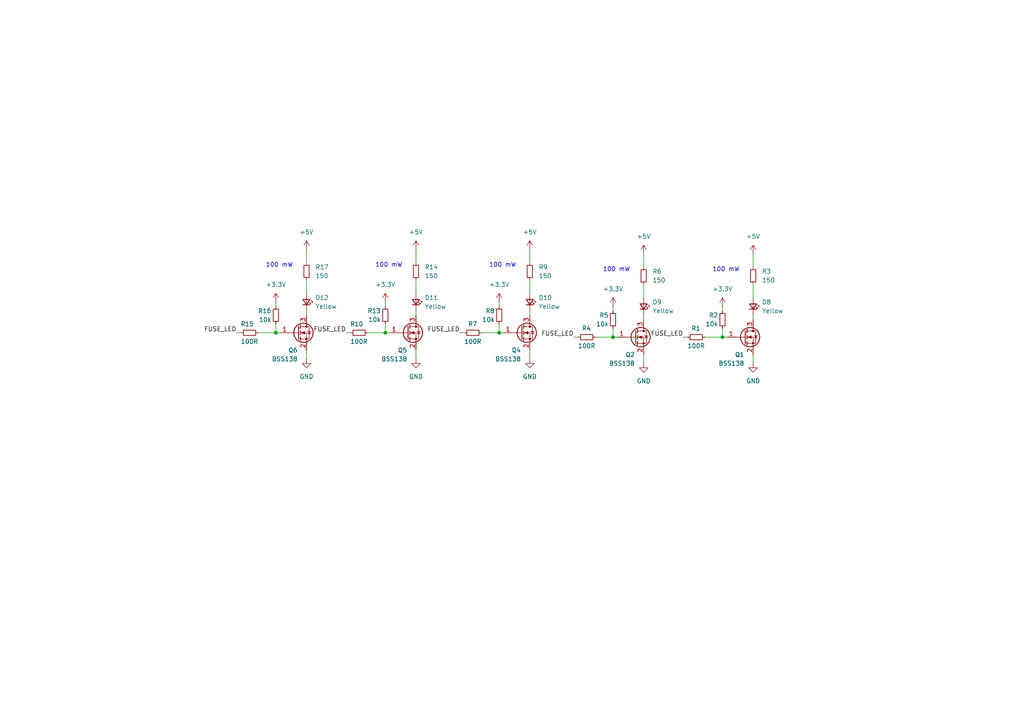
<source format=kicad_sch>
(kicad_sch (version 20250114) (generator "eeschema") (generator_version "9.0")
  (paper "A4")
  (lib_symbols
    (symbol "Device:LED_Small" (pin_numbers (hide yes)) (pin_names (offset 0.254) (hide yes))
      (property "Reference" "D" (at -1.27 3.175 0))
      (property "Value" "LED_Small" (at -4.445 -2.54 0))
      (symbol "LED_Small_0_1"
        (polyline (pts (xy -0.762 -1.016) (xy -0.762 1.016)) (stroke (width 0.254)))
        (polyline (pts (xy 0 0.762) (xy -0.508 1.27) (xy -0.254 1.27) (xy -0.508 1.27) (xy -0.508 1.016)))
        (polyline (pts (xy 0.508 1.27) (xy 0 1.778) (xy 0.254 1.778) (xy 0 1.778) (xy 0 1.524)))
        (polyline (pts (xy 0.762 -1.016) (xy -0.762 0) (xy 0.762 1.016) (xy 0.762 -1.016)) (stroke (width 0.254)))
        (polyline (pts (xy 1.016 0) (xy -0.762 0)))
      )
      (symbol "LED_Small_1_1"
        (pin passive line (at -2.54 0 0) (length 1.778) (name "K") (number "1"))
        (pin passive line (at 2.54 0 180) (length 1.778) (name "A") (number "2"))
      )
    )
    (symbol "Device:R_Small" (pin_numbers (hide yes)) (pin_names (offset 0.254) (hide yes))
      (property "Reference" "R" (at 0.762 0.508 0))
      (property "Value" "R_Small" (at 0.762 -1.016 0))
      (symbol "R_Small_0_1"
        (rectangle (start -0.762 1.778) (end 0.762 -1.778) (stroke (width 0.2032)))
      )
      (symbol "R_Small_1_1"
        (pin passive line (at 0 2.54 270) (length 0.762) (name "~") (number "1"))
        (pin passive line (at 0 -2.54 90) (length 0.762) (name "~") (number "2"))
      )
    )
    (symbol "Transistor_FET:2N7002" (pin_names (hide yes))
      (property "Reference" "Q" (at 5.08 1.905 0))
      (property "Value" "2N7002" (at 5.08 0 0))
      (symbol "2N7002_0_1"
        (polyline (pts (xy 0.254 1.905) (xy 0.254 -1.905)) (stroke (width 0.254)))
        (polyline (pts (xy 0.254 0) (xy -2.54 0)))
        (polyline (pts (xy 0.762 2.286) (xy 0.762 1.27)) (stroke (width 0.254)))
        (polyline (pts (xy 0.762 0.508) (xy 0.762 -0.508)) (stroke (width 0.254)))
        (polyline (pts (xy 0.762 -1.27) (xy 0.762 -2.286)) (stroke (width 0.254)))
        (polyline (pts (xy 0.762 -1.778) (xy 3.302 -1.778) (xy 3.302 1.778) (xy 0.762 1.778)))
        (polyline (pts (xy 1.016 0) (xy 2.032 0.381) (xy 2.032 -0.381) (xy 1.016 0)) (fill (type outline)))
        (circle (center 1.651 0) (radius 2.794) (stroke (width 0.254)))
        (polyline (pts (xy 2.54 2.54) (xy 2.54 1.778)))
        (circle (center 2.54 1.778) (radius 0.254) (fill (type outline)))
        (circle (center 2.54 -1.778) (radius 0.254) (fill (type outline)))
        (polyline (pts (xy 2.54 -2.54) (xy 2.54 0) (xy 0.762 0)))
        (polyline (pts (xy 2.794 0.508) (xy 2.921 0.381) (xy 3.683 0.381) (xy 3.81 0.254)))
        (polyline (pts (xy 3.302 0.381) (xy 2.921 -0.254) (xy 3.683 -0.254) (xy 3.302 0.381)))
      )
      (symbol "2N7002_1_1"
        (pin input line (at -5.08 0 0) (length 2.54) (name "G") (number "1"))
        (pin passive line (at 2.54 5.08 270) (length 2.54) (name "D") (number "3"))
        (pin passive line (at 2.54 -5.08 90) (length 2.54) (name "S") (number "2"))
      )
    )
    (symbol "power:+3.3V" (power) (pin_numbers (hide yes)) (pin_names (offset 0) (hide yes))
      (property "Value" "+3.3V" (at 0 3.556 0))
      (symbol "+3.3V_0_1"
        (polyline (pts (xy -0.762 1.27) (xy 0 2.54)))
        (polyline (pts (xy 0 2.54) (xy 0.762 1.27)))
        (polyline (pts (xy 0 0) (xy 0 2.54)))
      )
      (symbol "+3.3V_1_1"
        (pin power_in line (at 0 0 90) (length 0) (name "~") (number "1"))
      )
    )
    (symbol "power:+5V" (power) (pin_numbers (hide yes)) (pin_names (offset 0) (hide yes))
      (property "Value" "+5V" (at 0 3.556 0))
      (symbol "+5V_0_1"
        (polyline (pts (xy -0.762 1.27) (xy 0 2.54)))
        (polyline (pts (xy 0 2.54) (xy 0.762 1.27)))
        (polyline (pts (xy 0 0) (xy 0 2.54)))
      )
      (symbol "+5V_1_1"
        (pin power_in line (at 0 0 90) (length 0) (name "~") (number "1"))
      )
    )
    (symbol "power:GND" (power) (pin_numbers (hide yes)) (pin_names (offset 0) (hide yes))
      (property "Value" "GND" (at 0 -3.81 0))
      (symbol "GND_0_1"
        (polyline (pts (xy 0 0) (xy 0 -1.27) (xy 1.27 -1.27) (xy 0 -2.54) (xy -1.27 -1.27) (xy 0 -1.27)))
      )
      (symbol "GND_1_1"
        (pin power_in line (at 0 0 270) (length 0) (name "~") (number "1"))
      )
    )
  )
  (text "100 mW" (at 178.816 78.232 0) (effects (font (size 1.27 1.27))))
  (text "100 mW" (at 81.026 76.962 0) (effects (font (size 1.27 1.27))))
  (text "100 mW" (at 210.566 78.232 0) (effects (font (size 1.27 1.27))))
  (text "100 mW" (at 145.796 76.962 0) (effects (font (size 1.27 1.27))))
  (text "100 mW" (at 112.776 76.962 0) (effects (font (size 1.27 1.27))))
  (junction (at 209.55 97.79))
  (junction (at 177.8 97.79))
  (junction (at 111.76 96.52))
  (junction (at 144.78 96.52))
  (junction (at 80.01 96.52))
  (wire (pts (xy 218.44 102.87) (xy 218.44 105.41)))
  (wire (pts (xy 88.9 90.17) (xy 88.9 91.44)))
  (wire (pts (xy 68.58 96.52) (xy 69.85 96.52)))
  (wire (pts (xy 100.33 96.52) (xy 101.6 96.52)))
  (wire (pts (xy 88.9 101.6) (xy 88.9 104.14)))
  (wire (pts (xy 111.76 96.52) (xy 113.03 96.52)))
  (wire (pts (xy 218.44 91.44) (xy 218.44 92.71)))
  (wire (pts (xy 153.67 90.17) (xy 153.67 91.44)))
  (wire (pts (xy 88.9 81.28) (xy 88.9 85.09)))
  (wire (pts (xy 144.78 96.52) (xy 146.05 96.52)))
  (wire (pts (xy 177.8 97.79) (xy 179.07 97.79)))
  (wire (pts (xy 153.67 72.39) (xy 153.67 76.2)))
  (wire (pts (xy 133.35 96.52) (xy 134.62 96.52)))
  (wire (pts (xy 218.44 82.55) (xy 218.44 86.36)))
  (wire (pts (xy 111.76 87.63) (xy 111.76 88.9)))
  (wire (pts (xy 186.69 82.55) (xy 186.69 86.36)))
  (wire (pts (xy 177.8 95.25) (xy 177.8 97.79)))
  (wire (pts (xy 209.55 97.79) (xy 210.82 97.79)))
  (wire (pts (xy 80.01 93.98) (xy 80.01 96.52)))
  (wire (pts (xy 186.69 73.66) (xy 186.69 77.47)))
  (wire (pts (xy 80.01 96.52) (xy 81.28 96.52)))
  (wire (pts (xy 153.67 81.28) (xy 153.67 85.09)))
  (wire (pts (xy 209.55 95.25) (xy 209.55 97.79)))
  (wire (pts (xy 120.65 72.39) (xy 120.65 76.2)))
  (wire (pts (xy 74.93 96.52) (xy 80.01 96.52)))
  (wire (pts (xy 144.78 93.98) (xy 144.78 96.52)))
  (wire (pts (xy 153.67 101.6) (xy 153.67 104.14)))
  (wire (pts (xy 120.65 90.17) (xy 120.65 91.44)))
  (wire (pts (xy 204.47 97.79) (xy 209.55 97.79)))
  (wire (pts (xy 209.55 88.9) (xy 209.55 90.17)))
  (wire (pts (xy 172.72 97.79) (xy 177.8 97.79)))
  (wire (pts (xy 106.68 96.52) (xy 111.76 96.52)))
  (wire (pts (xy 139.7 96.52) (xy 144.78 96.52)))
  (wire (pts (xy 120.65 101.6) (xy 120.65 104.14)))
  (wire (pts (xy 218.44 73.66) (xy 218.44 77.47)))
  (wire (pts (xy 166.37 97.79) (xy 167.64 97.79)))
  (wire (pts (xy 186.69 102.87) (xy 186.69 105.41)))
  (wire (pts (xy 80.01 87.63) (xy 80.01 88.9)))
  (wire (pts (xy 144.78 87.63) (xy 144.78 88.9)))
  (wire (pts (xy 186.69 91.44) (xy 186.69 92.71)))
  (wire (pts (xy 198.12 97.79) (xy 199.39 97.79)))
  (wire (pts (xy 111.76 93.98) (xy 111.76 96.52)))
  (wire (pts (xy 177.8 88.9) (xy 177.8 90.17)))
  (wire (pts (xy 88.9 72.39) (xy 88.9 76.2)))
  (wire (pts (xy 120.65 81.28) (xy 120.65 85.09)))
  (label "FUSE_LED" (at 100.33 96.52 180))
  (label "FUSE_LED" (at 198.12 97.79 180))
  (label "FUSE_LED" (at 133.35 96.52 180))
  (label "FUSE_LED" (at 166.37 97.79 180))
  (label "FUSE_LED" (at 68.58 96.52 180))
  (symbol (lib_id "Transistor_FET:2N7002") (at 184.15 97.79 0) (unit 1)
    (property "Reference" "Q2" (at 184.15 102.87 0) (effects (justify right)))
    (property "Value" "BSS138" (at 184.15 105.41 0) (effects (justify right)))
    (property "Footprint" "Package_TO_SOT_SMD:SOT-23" (effects (hide yes)))
    (property "Datasheet" "https://www.onsemi.com/pub/Collateral/NDS7002A-D.PDF" (effects (hide yes)))
  )
  (symbol (lib_id "Device:R_Small") (at 120.65 78.74 0) (unit 1)
    (property "Reference" "R14" (at 123.19 77.4699 0) (effects (justify left)))
    (property "Value" "150" (at 123.19 80.0099 0) (effects (justify left)))
    (property "Footprint" "Resistor_SMD:R_1206_3216Metric" (effects (hide yes)))
    (property "Description" "Resistor, small symbol" (effects (hide yes)))
  )
  (symbol (lib_id "Transistor_FET:2N7002") (at 215.9 97.79 0) (unit 1)
    (property "Reference" "Q1" (at 215.9 102.87 0) (effects (justify right)))
    (property "Value" "BSS138" (at 215.9 105.41 0) (effects (justify right)))
    (property "Footprint" "Package_TO_SOT_SMD:SOT-23" (effects (hide yes)))
    (property "Datasheet" "https://www.onsemi.com/pub/Collateral/NDS7002A-D.PDF" (effects (hide yes)))
  )
  (symbol (lib_id "Device:R_Small") (at 153.67 78.74 0) (unit 1)
    (property "Reference" "R9" (at 156.21 77.4699 0) (effects (justify left)))
    (property "Value" "150" (at 156.21 80.0099 0) (effects (justify left)))
    (property "Footprint" "Resistor_SMD:R_1206_3216Metric" (effects (hide yes)))
    (property "Description" "Resistor, small symbol" (effects (hide yes)))
  )
  (symbol (lib_id "power:+3.3V") (at 144.78 87.63 0) (unit 1)
    (property "Reference" "#PWR021" (effects (hide yes)))
    (property "Value" "+3.3V" (at 144.78 82.55 0))
    (property "Description" "Power symbol creates a global label with name \"+3.3V\"" (effects (hide yes)))
  )
  (symbol (lib_id "power:+5V") (at 88.9 72.39 0) (unit 1)
    (property "Reference" "#PWR031" (effects (hide yes)))
    (property "Value" "+5V" (at 88.9 67.31 0))
    (property "Description" "Power symbol creates a global label with name \"+5V\"" (effects (hide yes)))
  )
  (symbol (lib_id "Device:LED_Small") (at 153.67 87.63 270) (mirror x) (unit 1)
    (property "Reference" "D10" (at 156.21 86.36 90) (effects (justify left)))
    (property "Value" "Yellow" (at 156.21 88.9 90) (effects (justify left)))
    (property "Footprint" "LED_SMD:LED_PLCC-2_3.4x3.0mm_AK" (effects (hide yes)))
    (property "Datasheet" "https://www.tme.eu/Document/b727a26c2a14c1b978f399fc0d48d055/RF-YURA30TS-AE.pdf" (effects (hide yes)))
    (property "Component" "150224YS73100A" (effects (hide yes)))
  )
  (symbol (lib_id "power:+5V") (at 218.44 73.66 0) (unit 1)
    (property "Reference" "#PWR016" (effects (hide yes)))
    (property "Value" "+5V" (at 218.44 68.58 0))
    (property "Description" "Power symbol creates a global label with name \"+5V\"" (effects (hide yes)))
  )
  (symbol (lib_id "power:+5V") (at 186.69 73.66 0) (unit 1)
    (property "Reference" "#PWR019" (effects (hide yes)))
    (property "Value" "+5V" (at 186.69 68.58 0))
    (property "Description" "Power symbol creates a global label with name \"+5V\"" (effects (hide yes)))
  )
  (symbol (lib_id "power:GND") (at 218.44 105.41 0) (unit 1)
    (property "Reference" "#PWR017" (effects (hide yes)))
    (property "Value" "GND" (at 218.44 110.49 0))
    (property "Description" "Power symbol creates a global label with name \"GND\" , ground" (effects (hide yes)))
  )
  (symbol (lib_id "Transistor_FET:2N7002") (at 86.36 96.52 0) (unit 1)
    (property "Reference" "Q6" (at 86.36 101.6 0) (effects (justify right)))
    (property "Value" "BSS138" (at 86.36 104.14 0) (effects (justify right)))
    (property "Footprint" "Package_TO_SOT_SMD:SOT-23" (effects (hide yes)))
    (property "Datasheet" "https://www.onsemi.com/pub/Collateral/NDS7002A-D.PDF" (effects (hide yes)))
  )
  (symbol (lib_id "power:+3.3V") (at 111.76 87.63 0) (unit 1)
    (property "Reference" "#PWR024" (effects (hide yes)))
    (property "Value" "+3.3V" (at 111.76 82.55 0))
    (property "Description" "Power symbol creates a global label with name \"+3.3V\"" (effects (hide yes)))
  )
  (symbol (lib_id "Device:LED_Small") (at 120.65 87.63 270) (mirror x) (unit 1)
    (property "Reference" "D11" (at 123.19 86.36 90) (effects (justify left)))
    (property "Value" "Yellow" (at 123.19 88.9 90) (effects (justify left)))
    (property "Footprint" "LED_SMD:LED_PLCC-2_3.4x3.0mm_AK" (effects (hide yes)))
    (property "Datasheet" "https://www.tme.eu/Document/b727a26c2a14c1b978f399fc0d48d055/RF-YURA30TS-AE.pdf" (effects (hide yes)))
    (property "Component" "150224YS73100A" (effects (hide yes)))
  )
  (symbol (lib_id "Device:R_Small") (at 111.76 91.44 0) (unit 1)
    (property "Reference" "R13" (at 110.49 90.17 0) (effects (justify right)))
    (property "Value" "10k" (at 110.49 92.71 0) (effects (justify right)))
    (property "Footprint" "Resistor_SMD:R_0603_1608Metric" (effects (hide yes)))
  )
  (symbol (lib_id "power:+3.3V") (at 177.8 88.9 0) (unit 1)
    (property "Reference" "#PWR018" (effects (hide yes)))
    (property "Value" "+3.3V" (at 177.8 83.82 0))
    (property "Description" "Power symbol creates a global label with name \"+3.3V\"" (effects (hide yes)))
  )
  (symbol (lib_id "Transistor_FET:2N7002") (at 118.11 96.52 0) (unit 1)
    (property "Reference" "Q5" (at 118.11 101.6 0) (effects (justify right)))
    (property "Value" "BSS138" (at 118.11 104.14 0) (effects (justify right)))
    (property "Footprint" "Package_TO_SOT_SMD:SOT-23" (effects (hide yes)))
    (property "Datasheet" "https://www.onsemi.com/pub/Collateral/NDS7002A-D.PDF" (effects (hide yes)))
  )
  (symbol (lib_id "power:+5V") (at 153.67 72.39 0) (unit 1)
    (property "Reference" "#PWR022" (effects (hide yes)))
    (property "Value" "+5V" (at 153.67 67.31 0))
    (property "Description" "Power symbol creates a global label with name \"+5V\"" (effects (hide yes)))
  )
  (symbol (lib_id "power:+3.3V") (at 80.01 87.63 0) (unit 1)
    (property "Reference" "#PWR030" (effects (hide yes)))
    (property "Value" "+3.3V" (at 80.01 82.55 0))
    (property "Description" "Power symbol creates a global label with name \"+3.3V\"" (effects (hide yes)))
  )
  (symbol (lib_id "Device:R_Small") (at 88.9 78.74 0) (unit 1)
    (property "Reference" "R17" (at 91.44 77.4699 0) (effects (justify left)))
    (property "Value" "150" (at 91.44 80.0099 0) (effects (justify left)))
    (property "Footprint" "Resistor_SMD:R_1206_3216Metric" (effects (hide yes)))
    (property "Description" "Resistor, small symbol" (effects (hide yes)))
  )
  (symbol (lib_id "Device:R_Small") (at 104.14 96.52 90) (unit 1)
    (property "Reference" "R10" (at 105.41 93.98 90) (effects (justify left)))
    (property "Value" "100R" (at 106.68 99.06 90) (effects (justify left)))
    (property "Footprint" "Resistor_SMD:R_0603_1608Metric" (effects (hide yes)))
  )
  (symbol (lib_id "power:GND") (at 120.65 104.14 0) (unit 1)
    (property "Reference" "#PWR029" (effects (hide yes)))
    (property "Value" "GND" (at 120.65 109.22 0))
    (property "Description" "Power symbol creates a global label with name \"GND\" , ground" (effects (hide yes)))
  )
  (symbol (lib_id "power:+5V") (at 120.65 72.39 0) (unit 1)
    (property "Reference" "#PWR025" (effects (hide yes)))
    (property "Value" "+5V" (at 120.65 67.31 0))
    (property "Description" "Power symbol creates a global label with name \"+5V\"" (effects (hide yes)))
  )
  (symbol (lib_id "Device:LED_Small") (at 88.9 87.63 270) (mirror x) (unit 1)
    (property "Reference" "D12" (at 91.44 86.36 90) (effects (justify left)))
    (property "Value" "Yellow" (at 91.44 88.9 90) (effects (justify left)))
    (property "Footprint" "LED_SMD:LED_PLCC-2_3.4x3.0mm_AK" (effects (hide yes)))
    (property "Datasheet" "https://www.tme.eu/Document/b727a26c2a14c1b978f399fc0d48d055/RF-YURA30TS-AE.pdf" (effects (hide yes)))
    (property "Component" "150224YS73100A" (effects (hide yes)))
  )
  (symbol (lib_id "Device:R_Small") (at 209.55 92.71 0) (unit 1)
    (property "Reference" "R2" (at 208.28 91.44 0) (effects (justify right)))
    (property "Value" "10k" (at 208.28 93.98 0) (effects (justify right)))
    (property "Footprint" "Resistor_SMD:R_0603_1608Metric" (effects (hide yes)))
  )
  (symbol (lib_id "power:GND") (at 153.67 104.14 0) (unit 1)
    (property "Reference" "#PWR023" (effects (hide yes)))
    (property "Value" "GND" (at 153.67 109.22 0))
    (property "Description" "Power symbol creates a global label with name \"GND\" , ground" (effects (hide yes)))
  )
  (symbol (lib_id "Device:R_Small") (at 201.93 97.79 90) (unit 1)
    (property "Reference" "R1" (at 203.2 95.25 90) (effects (justify left)))
    (property "Value" "100R" (at 204.47 100.33 90) (effects (justify left)))
    (property "Footprint" "Resistor_SMD:R_0603_1608Metric" (effects (hide yes)))
  )
  (symbol (lib_id "Device:LED_Small") (at 218.44 88.9 270) (mirror x) (unit 1)
    (property "Reference" "D8" (at 220.98 87.63 90) (effects (justify left)))
    (property "Value" "Yellow" (at 220.98 90.17 90) (effects (justify left)))
    (property "Footprint" "LED_SMD:LED_PLCC-2_3.4x3.0mm_AK" (effects (hide yes)))
    (property "Datasheet" "https://www.tme.eu/Document/b727a26c2a14c1b978f399fc0d48d055/RF-YURA30TS-AE.pdf" (effects (hide yes)))
    (property "Component" "150224YS73100A" (effects (hide yes)))
  )
  (symbol (lib_id "Transistor_FET:2N7002") (at 151.13 96.52 0) (unit 1)
    (property "Reference" "Q4" (at 151.13 101.6 0) (effects (justify right)))
    (property "Value" "BSS138" (at 151.13 104.14 0) (effects (justify right)))
    (property "Footprint" "Package_TO_SOT_SMD:SOT-23" (effects (hide yes)))
    (property "Datasheet" "https://www.onsemi.com/pub/Collateral/NDS7002A-D.PDF" (effects (hide yes)))
  )
  (symbol (lib_id "Device:R_Small") (at 186.69 80.01 0) (unit 1)
    (property "Reference" "R6" (at 189.23 78.7399 0) (effects (justify left)))
    (property "Value" "150" (at 189.23 81.2799 0) (effects (justify left)))
    (property "Footprint" "Resistor_SMD:R_1206_3216Metric" (effects (hide yes)))
    (property "Description" "Resistor, small symbol" (effects (hide yes)))
  )
  (symbol (lib_id "Device:R_Small") (at 80.01 91.44 0) (unit 1)
    (property "Reference" "R16" (at 78.74 90.17 0) (effects (justify right)))
    (property "Value" "10k" (at 78.74 92.71 0) (effects (justify right)))
    (property "Footprint" "Resistor_SMD:R_0603_1608Metric" (effects (hide yes)))
  )
  (symbol (lib_id "Device:R_Small") (at 72.39 96.52 90) (unit 1)
    (property "Reference" "R15" (at 73.66 93.98 90) (effects (justify left)))
    (property "Value" "100R" (at 74.93 99.06 90) (effects (justify left)))
    (property "Footprint" "Resistor_SMD:R_0603_1608Metric" (effects (hide yes)))
  )
  (symbol (lib_id "Device:R_Small") (at 137.16 96.52 90) (unit 1)
    (property "Reference" "R7" (at 138.43 93.98 90) (effects (justify left)))
    (property "Value" "100R" (at 139.7 99.06 90) (effects (justify left)))
    (property "Footprint" "Resistor_SMD:R_0603_1608Metric" (effects (hide yes)))
  )
  (symbol (lib_id "Device:R_Small") (at 177.8 92.71 0) (unit 1)
    (property "Reference" "R5" (at 176.53 91.44 0) (effects (justify right)))
    (property "Value" "10k" (at 176.53 93.98 0) (effects (justify right)))
    (property "Footprint" "Resistor_SMD:R_0603_1608Metric" (effects (hide yes)))
  )
  (symbol (lib_id "power:GND") (at 88.9 104.14 0) (unit 1)
    (property "Reference" "#PWR032" (effects (hide yes)))
    (property "Value" "GND" (at 88.9 109.22 0))
    (property "Description" "Power symbol creates a global label with name \"GND\" , ground" (effects (hide yes)))
  )
  (symbol (lib_id "Device:R_Small") (at 218.44 80.01 0) (unit 1)
    (property "Reference" "R3" (at 220.98 78.7399 0) (effects (justify left)))
    (property "Value" "150" (at 220.98 81.2799 0) (effects (justify left)))
    (property "Footprint" "Resistor_SMD:R_1206_3216Metric" (effects (hide yes)))
    (property "Description" "Resistor, small symbol" (effects (hide yes)))
  )
  (symbol (lib_id "power:+3.3V") (at 209.55 88.9 0) (unit 1)
    (property "Reference" "#PWR015" (effects (hide yes)))
    (property "Value" "+3.3V" (at 209.55 83.82 0))
    (property "Description" "Power symbol creates a global label with name \"+3.3V\"" (effects (hide yes)))
  )
  (symbol (lib_id "power:GND") (at 186.69 105.41 0) (unit 1)
    (property "Reference" "#PWR020" (effects (hide yes)))
    (property "Value" "GND" (at 186.69 110.49 0))
    (property "Description" "Power symbol creates a global label with name \"GND\" , ground" (effects (hide yes)))
  )
  (symbol (lib_id "Device:R_Small") (at 144.78 91.44 0) (unit 1)
    (property "Reference" "R8" (at 143.51 90.17 0) (effects (justify right)))
    (property "Value" "10k" (at 143.51 92.71 0) (effects (justify right)))
    (property "Footprint" "Resistor_SMD:R_0603_1608Metric" (effects (hide yes)))
  )
  (symbol (lib_id "Device:R_Small") (at 170.18 97.79 90) (unit 1)
    (property "Reference" "R4" (at 171.45 95.25 90) (effects (justify left)))
    (property "Value" "100R" (at 172.72 100.33 90) (effects (justify left)))
    (property "Footprint" "Resistor_SMD:R_0603_1608Metric" (effects (hide yes)))
  )
  (symbol (lib_id "Device:LED_Small") (at 186.69 88.9 270) (mirror x) (unit 1)
    (property "Reference" "D9" (at 189.23 87.63 90) (effects (justify left)))
    (property "Value" "Yellow" (at 189.23 90.17 90) (effects (justify left)))
    (property "Footprint" "LED_SMD:LED_PLCC-2_3.4x3.0mm_AK" (effects (hide yes)))
    (property "Datasheet" "https://www.tme.eu/Document/b727a26c2a14c1b978f399fc0d48d055/RF-YURA30TS-AE.pdf" (effects (hide yes)))
    (property "Component" "150224YS73100A" (effects (hide yes)))
  )
)
</source>
